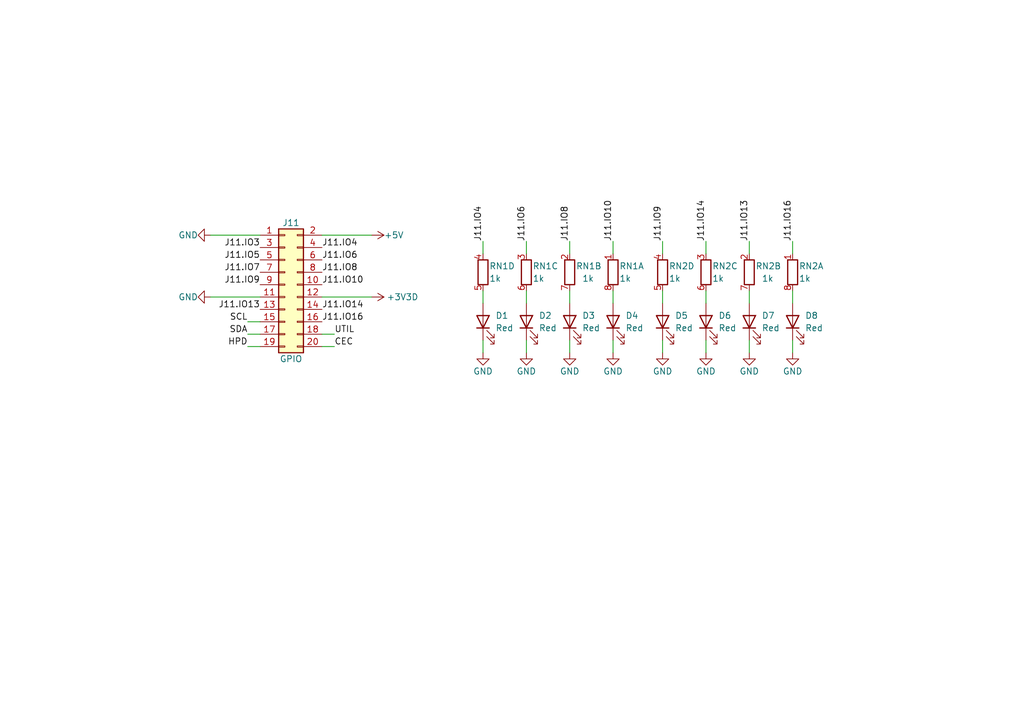
<source format=kicad_sch>
(kicad_sch (version 20231120) (generator "eeschema") (generator_version "8.0")
  (paper "A5")
  (title_block (title "LED Board") (date "2024-05-15") (rev "x") (comment 2 "CERN-OHL-W-2.0") (comment 3 "xxxxxxxx") (comment 4 "Filip Piórski"))
  (lib_symbols
    (symbol "Connector_Generic:Conn_02x10_Odd_Even" (pin_names (offset 1.016) hide)
      (property "Reference" "J" (at 1.27 12.7 0))
      (property "Value" "Conn_02x10_Odd_Even" (at 1.27 -15.24 0))
      (symbol "Conn_02x10_Odd_Even_1_1"
        (rectangle (start -1.27 -12.573) (end 0 -12.827) (stroke (width 0.1524)))
        (rectangle (start -1.27 -10.033) (end 0 -10.287) (stroke (width 0.1524)))
        (rectangle (start -1.27 -7.493) (end 0 -7.747) (stroke (width 0.1524)))
        (rectangle (start -1.27 -4.953) (end 0 -5.207) (stroke (width 0.1524)))
        (rectangle (start -1.27 -2.413) (end 0 -2.667) (stroke (width 0.1524)))
        (rectangle (start -1.27 0.127) (end 0 -0.127) (stroke (width 0.1524)))
        (rectangle (start -1.27 2.667) (end 0 2.413) (stroke (width 0.1524)))
        (rectangle (start -1.27 5.207) (end 0 4.953) (stroke (width 0.1524)))
        (rectangle (start -1.27 7.747) (end 0 7.493) (stroke (width 0.1524)))
        (rectangle (start -1.27 10.287) (end 0 10.033) (stroke (width 0.1524)))
        (rectangle (start -1.27 11.43) (end 3.81 -13.97) (stroke (width 0.254)) (fill (type background)))
        (rectangle (start 3.81 -12.573) (end 2.54 -12.827) (stroke (width 0.1524)))
        (rectangle (start 3.81 -10.033) (end 2.54 -10.287) (stroke (width 0.1524)))
        (rectangle (start 3.81 -7.493) (end 2.54 -7.747) (stroke (width 0.1524)))
        (rectangle (start 3.81 -4.953) (end 2.54 -5.207) (stroke (width 0.1524)))
        (rectangle (start 3.81 -2.413) (end 2.54 -2.667) (stroke (width 0.1524)))
        (rectangle (start 3.81 0.127) (end 2.54 -0.127) (stroke (width 0.1524)))
        (rectangle (start 3.81 2.667) (end 2.54 2.413) (stroke (width 0.1524)))
        (rectangle (start 3.81 5.207) (end 2.54 4.953) (stroke (width 0.1524)))
        (rectangle (start 3.81 7.747) (end 2.54 7.493) (stroke (width 0.1524)))
        (rectangle (start 3.81 10.287) (end 2.54 10.033) (stroke (width 0.1524)))
        (pin passive line (at -5.08 10.16 0) (length 3.81) (name "Pin_1") (number "1"))
        (pin passive line (at 7.62 0 180) (length 3.81) (name "Pin_10") (number "10"))
        (pin passive line (at -5.08 -2.54 0) (length 3.81) (name "Pin_11") (number "11"))
        (pin passive line (at 7.62 -2.54 180) (length 3.81) (name "Pin_12") (number "12"))
        (pin passive line (at -5.08 -5.08 0) (length 3.81) (name "Pin_13") (number "13"))
        (pin passive line (at 7.62 -5.08 180) (length 3.81) (name "Pin_14") (number "14"))
        (pin passive line (at -5.08 -7.62 0) (length 3.81) (name "Pin_15") (number "15"))
        (pin passive line (at 7.62 -7.62 180) (length 3.81) (name "Pin_16") (number "16"))
        (pin passive line (at -5.08 -10.16 0) (length 3.81) (name "Pin_17") (number "17"))
        (pin passive line (at 7.62 -10.16 180) (length 3.81) (name "Pin_18") (number "18"))
        (pin passive line (at -5.08 -12.7 0) (length 3.81) (name "Pin_19") (number "19"))
        (pin passive line (at 7.62 10.16 180) (length 3.81) (name "Pin_2") (number "2"))
        (pin passive line (at 7.62 -12.7 180) (length 3.81) (name "Pin_20") (number "20"))
        (pin passive line (at -5.08 7.62 0) (length 3.81) (name "Pin_3") (number "3"))
        (pin passive line (at 7.62 7.62 180) (length 3.81) (name "Pin_4") (number "4"))
        (pin passive line (at -5.08 5.08 0) (length 3.81) (name "Pin_5") (number "5"))
        (pin passive line (at 7.62 5.08 180) (length 3.81) (name "Pin_6") (number "6"))
        (pin passive line (at -5.08 2.54 0) (length 3.81) (name "Pin_7") (number "7"))
        (pin passive line (at 7.62 2.54 180) (length 3.81) (name "Pin_8") (number "8"))
        (pin passive line (at -5.08 0 0) (length 3.81) (name "Pin_9") (number "9"))
      )
    )
    (symbol "Device:LED" (pin_numbers hide) (pin_names (offset 1.016) hide)
      (property "Reference" "D" (at 0 2.54 0))
      (property "Value" "LED" (at 0 -2.54 0))
      (symbol "LED_0_1"
        (polyline (pts (xy -1.27 -1.27) (xy -1.27 1.27)) (stroke (width 0.254)))
        (polyline (pts (xy -1.27 0) (xy 1.27 0)))
        (polyline (pts (xy 1.27 -1.27) (xy 1.27 1.27) (xy -1.27 0) (xy 1.27 -1.27)) (stroke (width 0.254)))
        (polyline (pts (xy -3.048 -0.762) (xy -4.572 -2.286) (xy -3.81 -2.286) (xy -4.572 -2.286) (xy -4.572 -1.524)))
        (polyline (pts (xy -1.778 -0.762) (xy -3.302 -2.286) (xy -2.54 -2.286) (xy -3.302 -2.286) (xy -3.302 -1.524)))
      )
      (symbol "LED_1_1"
        (pin passive line (at -3.81 0 0) (length 2.54) (name "K") (number "1"))
        (pin passive line (at 3.81 0 180) (length 2.54) (name "A") (number "2"))
      )
    )
    (symbol "FR-Device:R_Network04_SMD" (pin_names (offset 0) hide)
      (property "Reference" "RN" (at 2.032 0 90))
      (property "Value" "R_Network04_SMD" (at 0 0 90))
      (symbol "R_Network04_SMD_0_1"
        (rectangle (start 1.016 2.54) (end -1.016 -2.54) (stroke (width 0.254)))
      )
      (symbol "R_Network04_SMD_1_1"
        (pin passive line (at 0 3.81 270) (length 1.27) (name "R1.1") (number "1"))
        (pin passive line (at 0 -3.81 90) (length 1.27) (name "R1.2") (number "8"))
      )
      (symbol "R_Network04_SMD_2_1"
        (pin passive line (at 0 3.81 270) (length 1.27) (name "R2.1") (number "2"))
        (pin passive line (at 0 -3.81 90) (length 1.27) (name "R2.2") (number "7"))
      )
      (symbol "R_Network04_SMD_3_1"
        (pin passive line (at 0 3.81 270) (length 1.27) (name "R3.1") (number "3"))
        (pin passive line (at 0 -3.81 90) (length 1.27) (name "R3.2") (number "6"))
      )
      (symbol "R_Network04_SMD_4_1"
        (pin passive line (at 0 3.81 270) (length 1.27) (name "R4.1") (number "4"))
        (pin passive line (at 0 -3.81 90) (length 1.27) (name "R4.2") (number "5"))
      )
    )
    (symbol "power:+3V3" (power) (pin_names (offset 0))
      (property "Value" "+3V3" (at 0 3.556 0))
      (symbol "+3V3_0_1"
        (polyline (pts (xy -0.762 1.27) (xy 0 2.54)))
        (polyline (pts (xy 0 0) (xy 0 2.54)))
        (polyline (pts (xy 0 2.54) (xy 0.762 1.27)))
      )
      (symbol "+3V3_1_1"
        (pin power_in line (at 0 0 90) (length 0) hide (name "+3V3") (number "1"))
      )
    )
    (symbol "power:+5V" (power) (pin_names (offset 0))
      (property "Value" "+5V" (at 0 3.556 0))
      (symbol "+5V_0_1"
        (polyline (pts (xy -0.762 1.27) (xy 0 2.54)))
        (polyline (pts (xy 0 0) (xy 0 2.54)))
        (polyline (pts (xy 0 2.54) (xy 0.762 1.27)))
      )
      (symbol "+5V_1_1"
        (pin power_in line (at 0 0 90) (length 0) hide (name "+5V") (number "1"))
      )
    )
    (symbol "power:GND" (power) (pin_names (offset 0))
      (property "Value" "GND" (at 0 -3.81 0))
      (symbol "GND_0_1"
        (polyline (pts (xy 0 0) (xy 0 -1.27) (xy 1.27 -1.27) (xy 0 -2.54) (xy -1.27 -1.27) (xy 0 -1.27)))
      )
      (symbol "GND_1_1"
        (pin power_in line (at 0 0 270) (length 0) hide (name "GND") (number "1"))
      )
    )
  )
  (wire (pts (xy 43.18 60.96) (xy 53.34 60.96)))
  (wire (pts (xy 153.67 62.23) (xy 153.67 59.69)))
  (wire (pts (xy 153.67 49.53) (xy 153.67 52.07)))
  (wire (pts (xy 135.89 62.23) (xy 135.89 59.69)))
  (wire (pts (xy 68.58 68.58) (xy 66.04 68.58)))
  (wire (pts (xy 107.95 49.53) (xy 107.95 52.07)))
  (wire (pts (xy 125.73 69.85) (xy 125.73 72.39)))
  (wire (pts (xy 50.8 66.04) (xy 53.34 66.04)))
  (wire (pts (xy 125.73 62.23) (xy 125.73 59.69)))
  (wire (pts (xy 107.95 69.85) (xy 107.95 72.39)))
  (wire (pts (xy 144.78 62.23) (xy 144.78 59.69)))
  (wire (pts (xy 116.84 49.53) (xy 116.84 52.07)))
  (wire (pts (xy 144.78 49.53) (xy 144.78 52.07)))
  (wire (pts (xy 116.84 69.85) (xy 116.84 72.39)))
  (wire (pts (xy 125.73 49.53) (xy 125.73 52.07)))
  (wire (pts (xy 68.58 71.12) (xy 66.04 71.12)))
  (wire (pts (xy 107.95 62.23) (xy 107.95 59.69)))
  (wire (pts (xy 99.06 69.85) (xy 99.06 72.39)))
  (wire (pts (xy 116.84 62.23) (xy 116.84 59.69)))
  (wire (pts (xy 153.67 69.85) (xy 153.67 72.39)))
  (wire (pts (xy 135.89 49.53) (xy 135.89 52.07)))
  (wire (pts (xy 99.06 49.53) (xy 99.06 52.07)))
  (wire (pts (xy 43.18 48.26) (xy 53.34 48.26)))
  (wire (pts (xy 144.78 69.85) (xy 144.78 72.39)))
  (wire (pts (xy 135.89 69.85) (xy 135.89 72.39)))
  (wire (pts (xy 76.2 60.96) (xy 66.04 60.96)))
  (wire (pts (xy 162.56 69.85) (xy 162.56 72.39)))
  (wire (pts (xy 99.06 62.23) (xy 99.06 59.69)))
  (wire (pts (xy 50.8 68.58) (xy 53.34 68.58)))
  (wire (pts (xy 76.2 48.26) (xy 66.04 48.26)))
  (wire (pts (xy 162.56 62.23) (xy 162.56 59.69)))
  (wire (pts (xy 50.8 71.12) (xy 53.34 71.12)))
  (wire (pts (xy 162.56 49.53) (xy 162.56 52.07)))
  (label "J11.IO4" (at 66.04 50.8 0))
  (label "J11.IO4" (at 99.06 49.53 90))
  (label "J11.IO14" (at 144.78 49.53 90))
  (label "J11.IO8" (at 66.04 55.88 0))
  (label "J11.IO14" (at 66.04 63.5 0))
  (label "CEC" (at 68.58 71.12 0))
  (label "J11.IO7" (at 53.34 55.88 180))
  (label "J11.IO6" (at 66.04 53.34 0))
  (label "J11.IO10" (at 125.73 49.53 90))
  (label "J11.IO5" (at 53.34 53.34 180))
  (label "J11.IO13" (at 153.67 49.53 90))
  (label "SCL" (at 50.8 66.04 180))
  (label "J11.IO16" (at 66.04 66.04 0))
  (label "J11.IO9" (at 135.89 49.53 90))
  (label "SDA" (at 50.8 68.58 180))
  (label "HPD" (at 50.8 71.12 180))
  (label "J11.IO3" (at 53.34 50.8 180))
  (label "J11.IO16" (at 162.56 49.53 90))
  (label "J11.IO10" (at 66.04 58.42 0))
  (label "UTIL" (at 68.58 68.58 0))
  (label "J11.IO6" (at 107.95 49.53 90))
  (label "J11.IO13" (at 53.34 63.5 180))
  (label "J11.IO8" (at 116.84 49.53 90))
  (label "J11.IO9" (at 53.34 58.42 180))
  (symbol (lib_id "Device:LED") (at 116.84 66.04 90) (unit 1)
    (property "Reference" "D3" (at 119.38 64.77 90) (effects (justify right)))
    (property "Value" "Red" (at 119.38 67.31 90) (effects (justify right)))
    (property "Footprint" "LED_SMD:LED_0805_2012Metric_Pad1.15x1.40mm_HandSolder" (effects (hide yes)))
    (property "Description" "Light emitting diode" (effects (hide yes)))
    (property "LCSC" "C84256" (effects (hide yes)))
  )
  (symbol (lib_id "Device:LED") (at 107.95 66.04 90) (unit 1)
    (property "Reference" "D2" (at 110.49 64.77 90) (effects (justify right)))
    (property "Value" "Red" (at 110.49 67.31 90) (effects (justify right)))
    (property "Footprint" "LED_SMD:LED_0805_2012Metric_Pad1.15x1.40mm_HandSolder" (effects (hide yes)))
    (property "Description" "Light emitting diode" (effects (hide yes)))
    (property "LCSC" "C84256" (effects (hide yes)))
  )
  (symbol (lib_id "FR-Device:R_Network04_SMD") (at 144.78 55.88 0) (unit 3)
    (property "Reference" "RN2" (at 146.05 54.61 0) (effects (justify left)))
    (property "Value" "1k" (at 146.05 57.15 0) (effects (justify left)))
    (property "Footprint" "Resistor_SMD:R_Array_Convex_4x0603" (effects (hide yes)))
    (property "Datasheet" "https://www.lcsc.com/datasheet/lcsc_datasheet_2304140030_FH--Guangdong-Fenghua-Advanced-Tech-RC-ML08W102JT_C160614.pdf" (effects (hide yes)))
    (property "Description" "0603x4 Resistor Network" (effects (hide yes)))
    (property "LCSC" "C160614" (effects (hide yes)))
  )
  (symbol (lib_id "power:GND") (at 153.67 72.39 0) (unit 1)
    (property "Reference" "#PWR011" (effects (hide yes)))
    (property "Value" "GND" (at 153.67 76.2 0))
    (property "Description" "Power symbol creates a global label with name \"GND\" , ground" (effects (hide yes)))
  )
  (symbol (lib_id "Device:LED") (at 144.78 66.04 90) (unit 1)
    (property "Reference" "D6" (at 147.32 64.77 90) (effects (justify right)))
    (property "Value" "Red" (at 147.32 67.31 90) (effects (justify right)))
    (property "Footprint" "LED_SMD:LED_0805_2012Metric_Pad1.15x1.40mm_HandSolder" (effects (hide yes)))
    (property "Description" "Light emitting diode" (effects (hide yes)))
    (property "LCSC" "C84256" (effects (hide yes)))
  )
  (symbol (lib_id "power:GND") (at 125.73 72.39 0) (unit 1)
    (property "Reference" "#PWR08" (effects (hide yes)))
    (property "Value" "GND" (at 125.73 76.2 0))
    (property "Description" "Power symbol creates a global label with name \"GND\" , ground" (effects (hide yes)))
  )
  (symbol (lib_id "power:GND") (at 116.84 72.39 0) (unit 1)
    (property "Reference" "#PWR07" (effects (hide yes)))
    (property "Value" "GND" (at 116.84 76.2 0))
    (property "Description" "Power symbol creates a global label with name \"GND\" , ground" (effects (hide yes)))
  )
  (symbol (lib_id "power:GND") (at 135.89 72.39 0) (unit 1)
    (property "Reference" "#PWR09" (effects (hide yes)))
    (property "Value" "GND" (at 135.89 76.2 0))
    (property "Description" "Power symbol creates a global label with name \"GND\" , ground" (effects (hide yes)))
  )
  (symbol (lib_id "FR-Device:R_Network04_SMD") (at 153.67 55.88 0) (unit 2)
    (property "Reference" "RN2" (at 154.94 54.61 0) (effects (justify left)))
    (property "Value" "1k" (at 156.21 57.15 0) (effects (justify left)))
    (property "Footprint" "Resistor_SMD:R_Array_Convex_4x0603" (effects (hide yes)))
    (property "Datasheet" "https://www.lcsc.com/datasheet/lcsc_datasheet_2304140030_FH--Guangdong-Fenghua-Advanced-Tech-RC-ML08W102JT_C160614.pdf" (effects (hide yes)))
    (property "Description" "0603x4 Resistor Network" (effects (hide yes)))
    (property "LCSC" "C160614" (effects (hide yes)))
  )
  (symbol (lib_id "power:GND") (at 99.06 72.39 0) (unit 1)
    (property "Reference" "#PWR05" (effects (hide yes)))
    (property "Value" "GND" (at 99.06 76.2 0))
    (property "Description" "Power symbol creates a global label with name \"GND\" , ground" (effects (hide yes)))
  )
  (symbol (lib_id "power:GND") (at 43.18 60.96 270) (unit 1)
    (property "Reference" "#PWR02" (effects (hide yes)))
    (property "Value" "GND" (at 40.64 60.96 90) (effects (justify right)))
    (property "Description" "Power symbol creates a global label with name \"GND\" , ground" (effects (hide yes)))
  )
  (symbol (lib_id "power:GND") (at 107.95 72.39 0) (unit 1)
    (property "Reference" "#PWR06" (effects (hide yes)))
    (property "Value" "GND" (at 107.95 76.2 0))
    (property "Description" "Power symbol creates a global label with name \"GND\" , ground" (effects (hide yes)))
  )
  (symbol (lib_id "Connector_Generic:Conn_02x10_Odd_Even") (at 58.42 58.42 0) (unit 1)
    (property "Reference" "J11" (at 59.69 45.72 0))
    (property "Value" "GPIO" (at 59.69 73.66 0))
    (property "Footprint" "Connector_PinSocket_2.54mm:PinSocket_2x10_P2.54mm_Vertical" (effects (hide yes)))
    (property "Description" "Generic connector, double row, 02x10, odd/even pin numbering scheme (row 1 odd numbers, row 2 even numbers), script generated (kicad-library-utils/schlib/autogen/connector/)" (effects (hide yes)))
    (property "LCSC" "C2897411" (effects (hide yes)))
  )
  (symbol (lib_id "FR-Device:R_Network04_SMD") (at 135.89 55.88 0) (unit 4)
    (property "Reference" "RN2" (at 137.16 54.61 0) (effects (justify left)))
    (property "Value" "1k" (at 137.16 57.15 0) (effects (justify left)))
    (property "Footprint" "Resistor_SMD:R_Array_Convex_4x0603" (effects (hide yes)))
    (property "Datasheet" "https://www.lcsc.com/datasheet/lcsc_datasheet_2304140030_FH--Guangdong-Fenghua-Advanced-Tech-RC-ML08W102JT_C160614.pdf" (effects (hide yes)))
    (property "Description" "0603x4 Resistor Network" (effects (hide yes)))
    (property "LCSC" "C160614" (effects (hide yes)))
  )
  (symbol (lib_id "Device:LED") (at 153.67 66.04 90) (unit 1)
    (property "Reference" "D7" (at 156.21 64.77 90) (effects (justify right)))
    (property "Value" "Red" (at 156.21 67.31 90) (effects (justify right)))
    (property "Footprint" "LED_SMD:LED_0805_2012Metric_Pad1.15x1.40mm_HandSolder" (effects (hide yes)))
    (property "Description" "Light emitting diode" (effects (hide yes)))
    (property "LCSC" "C84256" (effects (hide yes)))
  )
  (symbol (lib_id "FR-Device:R_Network04_SMD") (at 116.84 55.88 0) (unit 2)
    (property "Reference" "RN1" (at 118.11 54.61 0) (effects (justify left)))
    (property "Value" "1k" (at 119.38 57.15 0) (effects (justify left)))
    (property "Footprint" "Resistor_SMD:R_Array_Convex_4x0603" (effects (hide yes)))
    (property "Datasheet" "https://www.lcsc.com/datasheet/lcsc_datasheet_2304140030_FH--Guangdong-Fenghua-Advanced-Tech-RC-ML08W102JT_C160614.pdf" (effects (hide yes)))
    (property "Description" "0603x4 Resistor Network" (effects (hide yes)))
    (property "LCSC" "C160614" (effects (hide yes)))
  )
  (symbol (lib_id "FR-Device:R_Network04_SMD") (at 162.56 55.88 0) (unit 1)
    (property "Reference" "RN2" (at 163.83 54.61 0) (effects (justify left)))
    (property "Value" "1k" (at 163.83 57.15 0) (effects (justify left)))
    (property "Footprint" "Resistor_SMD:R_Array_Convex_4x0603" (effects (hide yes)))
    (property "Datasheet" "https://www.lcsc.com/datasheet/lcsc_datasheet_2304140030_FH--Guangdong-Fenghua-Advanced-Tech-RC-ML08W102JT_C160614.pdf" (effects (hide yes)))
    (property "Description" "0603x4 Resistor Network" (effects (hide yes)))
    (property "LCSC" "C160614" (effects (hide yes)))
  )
  (symbol (lib_id "FR-Device:R_Network04_SMD") (at 107.95 55.88 0) (unit 3)
    (property "Reference" "RN1" (at 109.22 54.61 0) (effects (justify left)))
    (property "Value" "1k" (at 109.22 57.15 0) (effects (justify left)))
    (property "Footprint" "Resistor_SMD:R_Array_Convex_4x0603" (effects (hide yes)))
    (property "Datasheet" "https://www.lcsc.com/datasheet/lcsc_datasheet_2304140030_FH--Guangdong-Fenghua-Advanced-Tech-RC-ML08W102JT_C160614.pdf" (effects (hide yes)))
    (property "Description" "0603x4 Resistor Network" (effects (hide yes)))
    (property "LCSC" "C160614" (effects (hide yes)))
  )
  (symbol (lib_id "power:GND") (at 162.56 72.39 0) (unit 1)
    (property "Reference" "#PWR012" (effects (hide yes)))
    (property "Value" "GND" (at 162.56 76.2 0))
    (property "Description" "Power symbol creates a global label with name \"GND\" , ground" (effects (hide yes)))
  )
  (symbol (lib_id "power:+3V3") (at 76.2 60.96 270) (unit 1)
    (property "Reference" "#PWR04" (effects (hide yes)))
    (property "Value" "+3V3D" (at 82.55 60.96 90))
    (property "Description" "Power symbol creates a global label with name \"+3V3\"" (effects (hide yes)))
  )
  (symbol (lib_id "Device:LED") (at 125.73 66.04 90) (unit 1)
    (property "Reference" "D4" (at 128.27 64.77 90) (effects (justify right)))
    (property "Value" "Red" (at 128.27 67.31 90) (effects (justify right)))
    (property "Footprint" "LED_SMD:LED_0805_2012Metric_Pad1.15x1.40mm_HandSolder" (effects (hide yes)))
    (property "Description" "Light emitting diode" (effects (hide yes)))
    (property "LCSC" "C84256" (effects (hide yes)))
  )
  (symbol (lib_id "Device:LED") (at 99.06 66.04 90) (unit 1)
    (property "Reference" "D1" (at 101.6 64.77 90) (effects (justify right)))
    (property "Value" "Red" (at 101.6 67.31 90) (effects (justify right)))
    (property "Footprint" "LED_SMD:LED_0805_2012Metric_Pad1.15x1.40mm_HandSolder" (effects (hide yes)))
    (property "Description" "Light emitting diode" (effects (hide yes)))
    (property "LCSC" "C84256" (effects (hide yes)))
  )
  (symbol (lib_id "power:GND") (at 43.18 48.26 270) (unit 1)
    (property "Reference" "#PWR01" (effects (hide yes)))
    (property "Value" "GND" (at 40.64 48.26 90) (effects (justify right)))
    (property "Description" "Power symbol creates a global label with name \"GND\" , ground" (effects (hide yes)))
  )
  (symbol (lib_id "FR-Device:R_Network04_SMD") (at 125.73 55.88 0) (unit 1)
    (property "Reference" "RN1" (at 127 54.61 0) (effects (justify left)))
    (property "Value" "1k" (at 127 57.15 0) (effects (justify left)))
    (property "Footprint" "Resistor_SMD:R_Array_Convex_4x0603" (effects (hide yes)))
    (property "Datasheet" "https://www.lcsc.com/datasheet/lcsc_datasheet_2304140030_FH--Guangdong-Fenghua-Advanced-Tech-RC-ML08W102JT_C160614.pdf" (effects (hide yes)))
    (property "Description" "0603x4 Resistor Network" (effects (hide yes)))
    (property "LCSC" "C160614" (effects (hide yes)))
  )
  (symbol (lib_id "Device:LED") (at 135.89 66.04 90) (unit 1)
    (property "Reference" "D5" (at 138.43 64.77 90) (effects (justify right)))
    (property "Value" "Red" (at 138.43 67.31 90) (effects (justify right)))
    (property "Footprint" "LED_SMD:LED_0805_2012Metric_Pad1.15x1.40mm_HandSolder" (effects (hide yes)))
    (property "Description" "Light emitting diode" (effects (hide yes)))
    (property "LCSC" "C84256" (effects (hide yes)))
  )
  (symbol (lib_id "power:GND") (at 144.78 72.39 0) (unit 1)
    (property "Reference" "#PWR010" (effects (hide yes)))
    (property "Value" "GND" (at 144.78 76.2 0))
    (property "Description" "Power symbol creates a global label with name \"GND\" , ground" (effects (hide yes)))
  )
  (symbol (lib_id "Device:LED") (at 162.56 66.04 90) (unit 1)
    (property "Reference" "D8" (at 165.1 64.77 90) (effects (justify right)))
    (property "Value" "Red" (at 165.1 67.31 90) (effects (justify right)))
    (property "Footprint" "LED_SMD:LED_0805_2012Metric_Pad1.15x1.40mm_HandSolder" (effects (hide yes)))
    (property "Description" "Light emitting diode" (effects (hide yes)))
    (property "LCSC" "C84256" (effects (hide yes)))
  )
  (symbol (lib_id "power:+5V") (at 76.2 48.26 270) (unit 1)
    (property "Reference" "#PWR03" (effects (hide yes)))
    (property "Value" "+5V" (at 78.74 48.26 90) (effects (justify left)))
    (property "Description" "Power symbol creates a global label with name \"+5V\"" (effects (hide yes)))
  )
  (symbol (lib_id "FR-Device:R_Network04_SMD") (at 99.06 55.88 0) (unit 4)
    (property "Reference" "RN1" (at 100.33 54.61 0) (effects (justify left)))
    (property "Value" "1k" (at 100.33 57.15 0) (effects (justify left)))
    (property "Footprint" "Resistor_SMD:R_Array_Convex_4x0603" (effects (hide yes)))
    (property "Datasheet" "https://www.lcsc.com/datasheet/lcsc_datasheet_2304140030_FH--Guangdong-Fenghua-Advanced-Tech-RC-ML08W102JT_C160614.pdf" (effects (hide yes)))
    (property "Description" "0603x4 Resistor Network" (effects (hide yes)))
    (property "LCSC" "C160614" (effects (hide yes)))
  )
)
</source>
